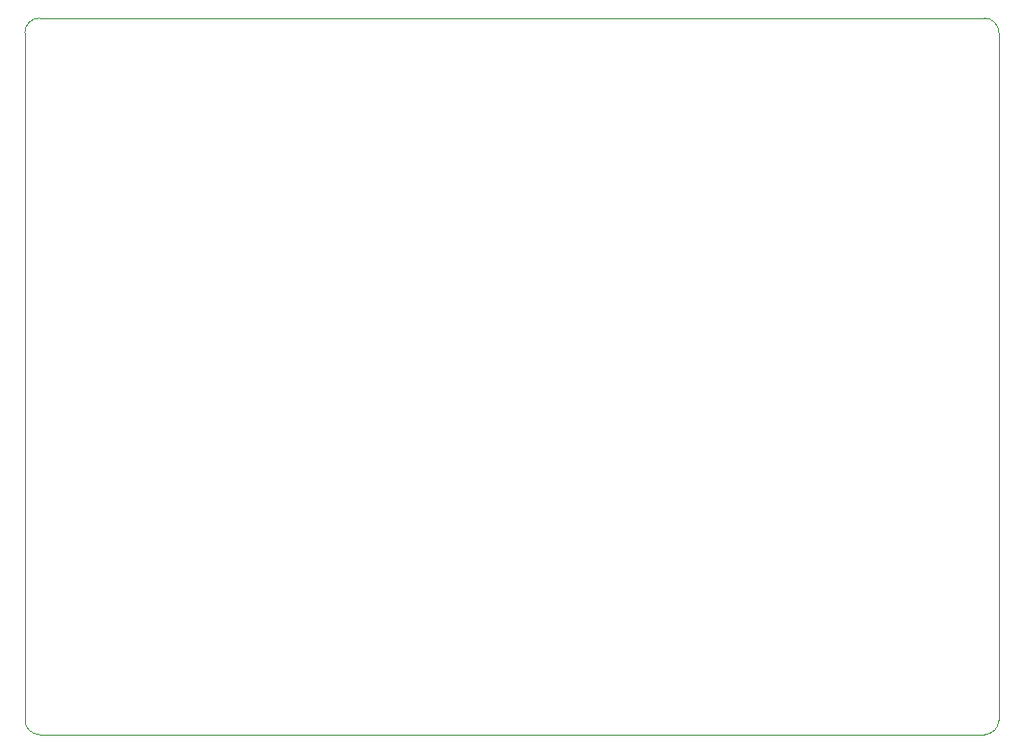
<source format=gbr>
%TF.GenerationSoftware,KiCad,Pcbnew,7.0.1*%
%TF.CreationDate,2023-04-16T16:31:15-06:00*%
%TF.ProjectId,Phase_B_ATMEGA_v3,50686173-655f-4425-9f41-544d4547415f,rev?*%
%TF.SameCoordinates,Original*%
%TF.FileFunction,Profile,NP*%
%FSLAX46Y46*%
G04 Gerber Fmt 4.6, Leading zero omitted, Abs format (unit mm)*
G04 Created by KiCad (PCBNEW 7.0.1) date 2023-04-16 16:31:15*
%MOMM*%
%LPD*%
G01*
G04 APERTURE LIST*
%TA.AperFunction,Profile*%
%ADD10C,0.100000*%
%TD*%
G04 APERTURE END LIST*
D10*
X166624000Y-49022000D02*
G75*
G03*
X165354000Y-47752000I-1270000J0D01*
G01*
X81026000Y-109474000D02*
X81026000Y-49022000D01*
X165354000Y-110744000D02*
X82296000Y-110744000D01*
X82296000Y-47752000D02*
X165354000Y-47752000D01*
X81026000Y-109474000D02*
G75*
G03*
X82296000Y-110744000I1270000J0D01*
G01*
X166624000Y-49022000D02*
X166624000Y-109474000D01*
X165354000Y-110744000D02*
G75*
G03*
X166624000Y-109474000I0J1270000D01*
G01*
X82296000Y-47752000D02*
G75*
G03*
X81026000Y-49022000I0J-1270000D01*
G01*
M02*

</source>
